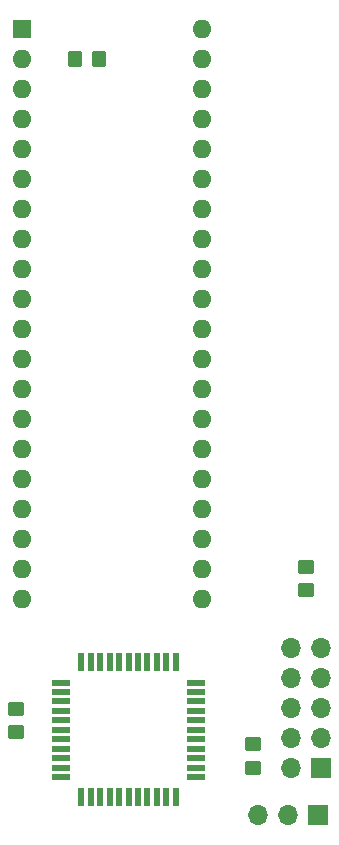
<source format=gbr>
%TF.GenerationSoftware,KiCad,Pcbnew,(6.0.8)*%
%TF.CreationDate,2023-11-14T22:14:52+01:00*%
%TF.ProjectId,B780_CPU,42373830-5f43-4505-952e-6b696361645f,rev?*%
%TF.SameCoordinates,Original*%
%TF.FileFunction,Soldermask,Top*%
%TF.FilePolarity,Negative*%
%FSLAX46Y46*%
G04 Gerber Fmt 4.6, Leading zero omitted, Abs format (unit mm)*
G04 Created by KiCad (PCBNEW (6.0.8)) date 2023-11-14 22:14:52*
%MOMM*%
%LPD*%
G01*
G04 APERTURE LIST*
G04 Aperture macros list*
%AMRoundRect*
0 Rectangle with rounded corners*
0 $1 Rounding radius*
0 $2 $3 $4 $5 $6 $7 $8 $9 X,Y pos of 4 corners*
0 Add a 4 corners polygon primitive as box body*
4,1,4,$2,$3,$4,$5,$6,$7,$8,$9,$2,$3,0*
0 Add four circle primitives for the rounded corners*
1,1,$1+$1,$2,$3*
1,1,$1+$1,$4,$5*
1,1,$1+$1,$6,$7*
1,1,$1+$1,$8,$9*
0 Add four rect primitives between the rounded corners*
20,1,$1+$1,$2,$3,$4,$5,0*
20,1,$1+$1,$4,$5,$6,$7,0*
20,1,$1+$1,$6,$7,$8,$9,0*
20,1,$1+$1,$8,$9,$2,$3,0*%
G04 Aperture macros list end*
%ADD10RoundRect,0.250000X-0.450000X0.350000X-0.450000X-0.350000X0.450000X-0.350000X0.450000X0.350000X0*%
%ADD11R,1.600000X1.600000*%
%ADD12O,1.600000X1.600000*%
%ADD13R,1.500000X0.550000*%
%ADD14R,0.550000X1.500000*%
%ADD15RoundRect,0.250000X-0.350000X-0.450000X0.350000X-0.450000X0.350000X0.450000X-0.350000X0.450000X0*%
%ADD16R,1.700000X1.700000*%
%ADD17O,1.700000X1.700000*%
G04 APERTURE END LIST*
D10*
%TO.C,C1*%
X68500000Y-96500000D03*
X68500000Y-98500000D03*
%TD*%
D11*
%TO.C,J1*%
X69000000Y-39000000D03*
D12*
X69000000Y-41540000D03*
X69000000Y-44080000D03*
X69000000Y-46620000D03*
X69000000Y-49160000D03*
X69000000Y-51700000D03*
X69000000Y-54240000D03*
X69000000Y-56780000D03*
X69000000Y-59320000D03*
X69000000Y-61860000D03*
X69000000Y-64400000D03*
X69000000Y-66940000D03*
X69000000Y-69480000D03*
X69000000Y-72020000D03*
X69000000Y-74560000D03*
X69000000Y-77100000D03*
X69000000Y-79640000D03*
X69000000Y-82180000D03*
X69000000Y-84720000D03*
X69000000Y-87260000D03*
X84240000Y-87260000D03*
X84240000Y-84720000D03*
X84240000Y-82180000D03*
X84240000Y-79640000D03*
X84240000Y-77100000D03*
X84240000Y-74560000D03*
X84240000Y-72020000D03*
X84240000Y-69480000D03*
X84240000Y-66940000D03*
X84240000Y-64400000D03*
X84240000Y-61860000D03*
X84240000Y-59320000D03*
X84240000Y-56780000D03*
X84240000Y-54240000D03*
X84240000Y-51700000D03*
X84240000Y-49160000D03*
X84240000Y-46620000D03*
X84240000Y-44080000D03*
X84240000Y-41540000D03*
X84240000Y-39000000D03*
%TD*%
D13*
%TO.C,U1*%
X72300000Y-94300000D03*
X72300000Y-95100000D03*
X72300000Y-95900000D03*
X72300000Y-96700000D03*
X72300000Y-97500000D03*
X72300000Y-98300000D03*
X72300000Y-99100000D03*
X72300000Y-99900000D03*
X72300000Y-100700000D03*
X72300000Y-101500000D03*
X72300000Y-102300000D03*
D14*
X74000000Y-104000000D03*
X74800000Y-104000000D03*
X75600000Y-104000000D03*
X76400000Y-104000000D03*
X77200000Y-104000000D03*
X78000000Y-104000000D03*
X78800000Y-104000000D03*
X79600000Y-104000000D03*
X80400000Y-104000000D03*
X81200000Y-104000000D03*
X82000000Y-104000000D03*
D13*
X83700000Y-102300000D03*
X83700000Y-101500000D03*
X83700000Y-100700000D03*
X83700000Y-99900000D03*
X83700000Y-99100000D03*
X83700000Y-98300000D03*
X83700000Y-97500000D03*
X83700000Y-96700000D03*
X83700000Y-95900000D03*
X83700000Y-95100000D03*
X83700000Y-94300000D03*
D14*
X82000000Y-92600000D03*
X81200000Y-92600000D03*
X80400000Y-92600000D03*
X79600000Y-92600000D03*
X78800000Y-92600000D03*
X78000000Y-92600000D03*
X77200000Y-92600000D03*
X76400000Y-92600000D03*
X75600000Y-92600000D03*
X74800000Y-92600000D03*
X74000000Y-92600000D03*
%TD*%
D10*
%TO.C,C2*%
X88500000Y-99500000D03*
X88500000Y-101500000D03*
%TD*%
%TO.C,R1*%
X93000000Y-84500000D03*
X93000000Y-86500000D03*
%TD*%
D15*
%TO.C,R2*%
X73500000Y-41500000D03*
X75500000Y-41500000D03*
%TD*%
D16*
%TO.C,J3*%
X94025000Y-105500000D03*
D17*
X91485000Y-105500000D03*
X88945000Y-105500000D03*
%TD*%
D16*
%TO.C,J2*%
X94275000Y-101575000D03*
D17*
X91735000Y-101575000D03*
X94275000Y-99035000D03*
X91735000Y-99035000D03*
X94275000Y-96495000D03*
X91735000Y-96495000D03*
X94275000Y-93955000D03*
X91735000Y-93955000D03*
X94275000Y-91415000D03*
X91735000Y-91415000D03*
%TD*%
M02*

</source>
